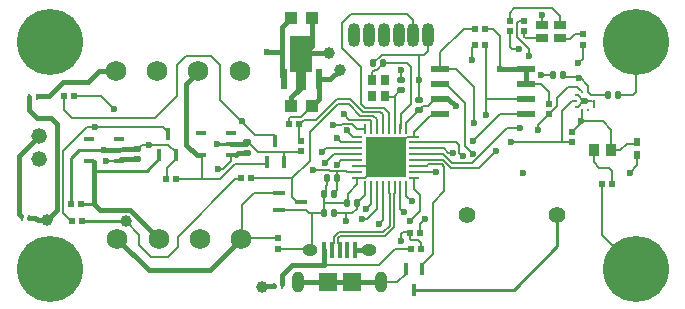
<source format=gbr>
%TF.GenerationSoftware,KiCad,Pcbnew,7.0.1*%
%TF.CreationDate,2023-05-27T07:40:04-07:00*%
%TF.ProjectId,Base-Flight-Computer-Test,42617365-2d46-46c6-9967-68742d436f6d,rev?*%
%TF.SameCoordinates,Original*%
%TF.FileFunction,Copper,L1,Top*%
%TF.FilePolarity,Positive*%
%FSLAX46Y46*%
G04 Gerber Fmt 4.6, Leading zero omitted, Abs format (unit mm)*
G04 Created by KiCad (PCBNEW 7.0.1) date 2023-05-27 07:40:04*
%MOMM*%
%LPD*%
G01*
G04 APERTURE LIST*
G04 Aperture macros list*
%AMRoundRect*
0 Rectangle with rounded corners*
0 $1 Rounding radius*
0 $2 $3 $4 $5 $6 $7 $8 $9 X,Y pos of 4 corners*
0 Add a 4 corners polygon primitive as box body*
4,1,4,$2,$3,$4,$5,$6,$7,$8,$9,$2,$3,0*
0 Add four circle primitives for the rounded corners*
1,1,$1+$1,$2,$3*
1,1,$1+$1,$4,$5*
1,1,$1+$1,$6,$7*
1,1,$1+$1,$8,$9*
0 Add four rect primitives between the rounded corners*
20,1,$1+$1,$2,$3,$4,$5,0*
20,1,$1+$1,$4,$5,$6,$7,0*
20,1,$1+$1,$6,$7,$8,$9,0*
20,1,$1+$1,$8,$9,$2,$3,0*%
%AMFreePoly0*
4,1,21,2.033536,0.970036,2.035000,0.966500,2.035000,-0.966500,2.033536,-0.970036,2.030000,-0.971500,-1.000000,-0.971500,-1.003536,-0.970036,-1.005000,-0.966500,-1.005000,-0.385000,-2.500000,-0.385000,-2.503536,-0.383536,-2.505000,-0.380000,-2.505000,0.380000,-2.503536,0.383536,-2.500000,0.385000,-1.005000,0.385000,-1.005000,0.966500,-1.003536,0.970036,-1.000000,0.971500,2.030000,0.971500,
2.033536,0.970036,2.033536,0.970036,$1*%
G04 Aperture macros list end*
%TA.AperFunction,SMDPad,CuDef*%
%ADD10R,0.400000X1.350000*%
%TD*%
%TA.AperFunction,ComponentPad*%
%ADD11O,1.300000X1.016000*%
%TD*%
%TA.AperFunction,SMDPad,CuDef*%
%ADD12R,1.500000X1.550000*%
%TD*%
%TA.AperFunction,ComponentPad*%
%ADD13O,1.016000X1.778000*%
%TD*%
%TA.AperFunction,SMDPad,CuDef*%
%ADD14R,0.600000X0.540000*%
%TD*%
%TA.AperFunction,SMDPad,CuDef*%
%ADD15RoundRect,0.075600X0.224400X0.194400X-0.224400X0.194400X-0.224400X-0.194400X0.224400X-0.194400X0*%
%TD*%
%TA.AperFunction,SMDPad,CuDef*%
%ADD16R,1.000000X0.800000*%
%TD*%
%TA.AperFunction,ComponentPad*%
%ADD17C,5.588000*%
%TD*%
%TA.AperFunction,ComponentPad*%
%ADD18O,1.016000X2.032000*%
%TD*%
%TA.AperFunction,SMDPad,CuDef*%
%ADD19RoundRect,0.075600X-0.194400X0.224400X-0.194400X-0.224400X0.194400X-0.224400X0.194400X0.224400X0*%
%TD*%
%TA.AperFunction,SMDPad,CuDef*%
%ADD20R,0.280000X0.520000*%
%TD*%
%TA.AperFunction,ComponentPad*%
%ADD21C,1.408000*%
%TD*%
%TA.AperFunction,SMDPad,CuDef*%
%ADD22R,0.540000X0.600000*%
%TD*%
%TA.AperFunction,ComponentPad*%
%ADD23C,1.320800*%
%TD*%
%TA.AperFunction,SMDPad,CuDef*%
%ADD24R,0.450800X1.111200*%
%TD*%
%TA.AperFunction,SMDPad,CuDef*%
%ADD25R,0.609600X0.685800*%
%TD*%
%TA.AperFunction,SMDPad,CuDef*%
%ADD26R,0.580000X1.730000*%
%TD*%
%TA.AperFunction,SMDPad,CuDef*%
%ADD27FreePoly0,90.000000*%
%TD*%
%TA.AperFunction,SMDPad,CuDef*%
%ADD28R,0.250000X0.275000*%
%TD*%
%TA.AperFunction,SMDPad,CuDef*%
%ADD29R,0.275000X0.250000*%
%TD*%
%TA.AperFunction,SMDPad,CuDef*%
%ADD30R,0.952500X0.406400*%
%TD*%
%TA.AperFunction,SMDPad,CuDef*%
%ADD31R,0.750000X0.850000*%
%TD*%
%TA.AperFunction,SMDPad,CuDef*%
%ADD32R,1.100000X1.000000*%
%TD*%
%TA.AperFunction,SMDPad,CuDef*%
%ADD33R,0.843000X1.000000*%
%TD*%
%TA.AperFunction,ComponentPad*%
%ADD34C,1.727200*%
%TD*%
%TA.AperFunction,SMDPad,CuDef*%
%ADD35RoundRect,0.075600X0.194400X-0.224400X0.194400X0.224400X-0.194400X0.224400X-0.194400X-0.224400X0*%
%TD*%
%TA.AperFunction,SMDPad,CuDef*%
%ADD36R,1.524000X0.558800*%
%TD*%
%TA.AperFunction,SMDPad,CuDef*%
%ADD37R,1.111200X0.450800*%
%TD*%
%TA.AperFunction,SMDPad,CuDef*%
%ADD38R,0.228600X0.812800*%
%TD*%
%TA.AperFunction,SMDPad,CuDef*%
%ADD39R,0.812800X0.228600*%
%TD*%
%TA.AperFunction,SMDPad,CuDef*%
%ADD40R,3.505200X3.505200*%
%TD*%
%TA.AperFunction,ViaPad*%
%ADD41C,0.600000*%
%TD*%
%TA.AperFunction,ViaPad*%
%ADD42C,1.000000*%
%TD*%
%TA.AperFunction,Conductor*%
%ADD43C,0.254000*%
%TD*%
%TA.AperFunction,Conductor*%
%ADD44C,0.381000*%
%TD*%
%TA.AperFunction,Conductor*%
%ADD45C,0.177800*%
%TD*%
%TA.AperFunction,Conductor*%
%ADD46C,0.203200*%
%TD*%
G04 APERTURE END LIST*
D10*
%TO.P,P2,1,VCC*%
%TO.N,5V*%
X132654400Y-100525600D03*
%TO.P,P2,2,D-*%
%TO.N,USB_D-*%
X133304400Y-100525600D03*
%TO.P,P2,3,D+*%
%TO.N,USB_D+*%
X133954400Y-100525600D03*
%TO.P,P2,4,ID*%
%TO.N,unconnected-(P2-ID-Pad4)*%
X134604400Y-100525600D03*
%TO.P,P2,5,GND*%
%TO.N,Earth*%
X135254400Y-100525600D03*
D11*
%TO.P,P2,S1,SHIELD*%
X131454400Y-100525600D03*
D12*
X132954400Y-103225600D03*
X134954400Y-103225600D03*
D11*
X136454400Y-100525600D03*
D13*
%TO.P,P2,S2,SHIELD*%
X130454400Y-103225600D03*
X137454400Y-103225600D03*
%TD*%
D14*
%TO.P,R20,1*%
%TO.N,Earth*%
X128752600Y-100406400D03*
%TO.P,R20,2*%
%TO.N,VIN_SW*%
X128752600Y-99542400D03*
%TD*%
D15*
%TO.P,C6,1*%
%TO.N,MAIN*%
X126136400Y-92276400D03*
%TO.P,C6,2*%
%TO.N,Earth*%
X126136400Y-91416400D03*
%TD*%
D16*
%TO.P,D1,1*%
%TO.N,3.3V*%
X151091200Y-81517400D03*
%TO.P,D1,2*%
%TO.N,Net-(D1-Pad2)*%
X152591200Y-81517400D03*
%TO.P,D1,3*%
%TO.N,Net-(D1-Pad3)*%
X152591200Y-82617400D03*
%TO.P,D1,4*%
%TO.N,Net-(D1-Pad4)*%
X151091200Y-82617400D03*
%TD*%
D17*
%TO.P,H4,1*%
%TO.N,Earth*%
X109448600Y-102108000D03*
%TD*%
D18*
%TO.P,P3,1,1*%
%TO.N,3.3V*%
X135178000Y-82365000D03*
%TO.P,P3,2,2*%
%TO.N,SWDIO*%
X136428000Y-82365000D03*
%TO.P,P3,3,3*%
%TO.N,SWCLK*%
X137678000Y-82365000D03*
%TO.P,P3,4,4*%
%TO.N,SWO*%
X138928000Y-82365000D03*
%TO.P,P3,5,5*%
%TO.N,NRST*%
X140178000Y-82365000D03*
%TO.P,P3,6,6*%
%TO.N,Earth*%
X141428000Y-82365000D03*
%TD*%
D19*
%TO.P,C8,1*%
%TO.N,3.3V*%
X152830000Y-85750400D03*
%TO.P,C8,2*%
%TO.N,Earth*%
X151970000Y-85750400D03*
%TD*%
D14*
%TO.P,R13,1*%
%TO.N,BP_SDA*%
X153593800Y-91389400D03*
%TO.P,R13,2*%
%TO.N,3.3V*%
X153593800Y-90525400D03*
%TD*%
D15*
%TO.P,C7,1*%
%TO.N,DROGUE*%
X116763800Y-92860600D03*
%TO.P,C7,2*%
%TO.N,Earth*%
X116763800Y-92000600D03*
%TD*%
D20*
%TO.P,D2,A*%
%TO.N,5V*%
X129052200Y-103606600D03*
%TO.P,D2,C*%
%TO.N,VIN*%
X128402200Y-103606600D03*
%TD*%
D21*
%TO.P,BZ1,1,-*%
%TO.N,VIN*%
X144703800Y-97561400D03*
%TO.P,BZ1,2,+*%
%TO.N,Net-(BZ1-+)*%
X152303800Y-97561400D03*
%TD*%
D14*
%TO.P,R4,1*%
%TO.N,STATUS_B*%
X148336000Y-81991400D03*
%TO.P,R4,2*%
%TO.N,Net-(D1-Pad2)*%
X148336000Y-81127400D03*
%TD*%
D22*
%TO.P,R1,1*%
%TO.N,~{MAIN_CONT}*%
X110565800Y-87503000D03*
%TO.P,R1,2*%
%TO.N,3.3V*%
X111429800Y-87503000D03*
%TD*%
D15*
%TO.P,C1,1*%
%TO.N,3.3V*%
X140690600Y-88695000D03*
%TO.P,C1,2*%
%TO.N,Earth*%
X140690600Y-87835000D03*
%TD*%
D23*
%TO.P,P5,1,5*%
%TO.N,Earth*%
X108508800Y-92837001D03*
%TO.P,P5,2,6*%
%TO.N,Net-(P5-6)*%
X108508800Y-90836999D03*
%TD*%
D24*
%TO.P,Q2,1,G*%
%TO.N,Net-(P1A-6)*%
X127798599Y-93076601D03*
%TO.P,Q2,2,S*%
%TO.N,Earth*%
X129198601Y-93076601D03*
%TO.P,Q2,3,D*%
%TO.N,~{MAIN_CONT}*%
X128498600Y-91276600D03*
%TD*%
D14*
%TO.P,R22,1*%
%TO.N,Earth*%
X130657600Y-92151400D03*
%TO.P,R22,2*%
%TO.N,VBAT_SENSE*%
X130657600Y-91287400D03*
%TD*%
D22*
%TO.P,R7,1*%
%TO.N,~{DROGUE_CONT}*%
X111251800Y-98094800D03*
%TO.P,R7,2*%
%TO.N,3.3V*%
X112115800Y-98094800D03*
%TD*%
D19*
%TO.P,C4,1*%
%TO.N,3.3V*%
X133475200Y-95758000D03*
%TO.P,C4,2*%
%TO.N,Earth*%
X132615200Y-95758000D03*
%TD*%
D20*
%TO.P,D5,A*%
%TO.N,Net-(P5-6)*%
X107015400Y-97790000D03*
%TO.P,D5,C*%
%TO.N,VIN*%
X107665400Y-97790000D03*
%TD*%
D25*
%TO.P,J1,1,A*%
%TO.N,3.3V*%
X159131000Y-91363800D03*
%TO.P,J1,2,B*%
%TO.N,BOOT*%
X159131000Y-92481400D03*
%TD*%
D26*
%TO.P,U3,1,VOUT*%
%TO.N,3.3V*%
X129208400Y-86064600D03*
D27*
%TO.P,U3,2,GND*%
%TO.N,Earth*%
X130708400Y-84429600D03*
D26*
%TO.P,U3,3,VIN*%
%TO.N,VIN*%
X132208400Y-86064600D03*
%TD*%
D22*
%TO.P,R21,1*%
%TO.N,VIN*%
X129666800Y-89865200D03*
%TO.P,R21,2*%
%TO.N,VBAT_SENSE*%
X130530800Y-89865200D03*
%TD*%
D28*
%TO.P,U2,1,VDDIO*%
%TO.N,3.3V*%
X154961900Y-87146900D03*
%TO.P,U2,2,SCK*%
%TO.N,BP_SCL*%
X154461900Y-87146900D03*
D29*
%TO.P,U2,3,VSS*%
%TO.N,Earth*%
X153949400Y-87409400D03*
%TO.P,U2,4,SDI*%
%TO.N,BP_SDA*%
X153949400Y-87909400D03*
%TO.P,U2,5,SDO*%
%TO.N,Earth*%
X153949400Y-88409400D03*
D28*
%TO.P,U2,6,CSB*%
%TO.N,3.3V*%
X154461900Y-88671900D03*
%TO.P,U2,7,INT*%
%TO.N,unconnected-(U2-INT-Pad7)*%
X154961900Y-88671900D03*
D29*
%TO.P,U2,8,VSS*%
%TO.N,Earth*%
X155474400Y-88409400D03*
%TO.P,U2,9,VSS*%
X155474400Y-87909400D03*
%TO.P,U2,10,VDD*%
%TO.N,3.3V*%
X155474400Y-87409400D03*
%TD*%
D30*
%TO.P,Q4,1,G*%
%TO.N,DROGUE*%
X115271550Y-92999601D03*
%TO.P,Q4,2,S*%
%TO.N,Earth*%
X115271550Y-92049600D03*
%TO.P,Q4,3*%
%TO.N,unconnected-(Q4-Pad3)*%
X115271550Y-91099599D03*
%TO.P,Q4,4*%
%TO.N,unconnected-(Q4-Pad4)*%
X112718850Y-91099599D03*
%TO.P,Q4,5,D*%
%TO.N,Net-(P4A-6)*%
X112718850Y-92999601D03*
%TD*%
D31*
%TO.P,Y1,1,1*%
%TO.N,OSC_IN*%
X136711200Y-86142200D03*
%TO.P,Y1,2*%
%TO.N,unconnected-(Y1-Pad2)*%
X136711200Y-87492200D03*
%TO.P,Y1,3,3*%
%TO.N,OSC_OUT*%
X137761200Y-87492200D03*
%TO.P,Y1,4*%
%TO.N,unconnected-(Y1-Pad4)*%
X137761200Y-86142200D03*
%TD*%
D24*
%TO.P,Q3,1,G*%
%TO.N,Net-(P4A-6)*%
X118679999Y-92517801D03*
%TO.P,Q3,2,S*%
%TO.N,Earth*%
X120080001Y-92517801D03*
%TO.P,Q3,3,D*%
%TO.N,~{DROGUE_CONT}*%
X119380000Y-90717800D03*
%TD*%
D22*
%TO.P,R19,1*%
%TO.N,Earth*%
X145389400Y-83210400D03*
%TO.P,R19,2*%
%TO.N,FLASH_SCK*%
X146253400Y-83210400D03*
%TD*%
%TO.P,R17,1*%
%TO.N,~{FLASH_SS}*%
X145364000Y-81788000D03*
%TO.P,R17,2*%
%TO.N,3.3V*%
X146228000Y-81788000D03*
%TD*%
D30*
%TO.P,Q1,1,G*%
%TO.N,MAIN*%
X124771150Y-92517001D03*
%TO.P,Q1,2,S*%
%TO.N,Earth*%
X124771150Y-91567000D03*
%TO.P,Q1,3*%
%TO.N,unconnected-(Q1-Pad3)*%
X124771150Y-90616999D03*
%TO.P,Q1,4*%
%TO.N,unconnected-(Q1-Pad4)*%
X122218450Y-90616999D03*
%TO.P,Q1,5,D*%
%TO.N,Net-(P1A-6)*%
X122218450Y-92517001D03*
%TD*%
D22*
%TO.P,R8,1*%
%TO.N,5V*%
X140004600Y-100431600D03*
%TO.P,R8,2*%
%TO.N,USB_DETECT*%
X140868600Y-100431600D03*
%TD*%
D15*
%TO.P,C11,1*%
%TO.N,OSC_OUT*%
X139141200Y-86993200D03*
%TO.P,C11,2*%
%TO.N,Earth*%
X139141200Y-86133200D03*
%TD*%
D14*
%TO.P,R6,1*%
%TO.N,STATUS_R*%
X149580600Y-81127400D03*
%TO.P,R6,2*%
%TO.N,Net-(D1-Pad4)*%
X149580600Y-81991400D03*
%TD*%
D22*
%TO.P,R3,1*%
%TO.N,Earth*%
X119252800Y-94538800D03*
%TO.P,R3,2*%
%TO.N,Net-(P1A-6)*%
X120116800Y-94538800D03*
%TD*%
D19*
%TO.P,C3,1*%
%TO.N,3.3V*%
X135431000Y-96570800D03*
%TO.P,C3,2*%
%TO.N,Earth*%
X134571000Y-96570800D03*
%TD*%
D32*
%TO.P,C13,1*%
%TO.N,3.3V*%
X129858400Y-80924400D03*
%TO.P,C13,2*%
%TO.N,Earth*%
X131558400Y-80924400D03*
%TD*%
D17*
%TO.P,H3,1*%
%TO.N,Earth*%
X159004000Y-102108000D03*
%TD*%
D14*
%TO.P,R12,1*%
%TO.N,BP_SCL*%
X151663400Y-89001800D03*
%TO.P,R12,2*%
%TO.N,3.3V*%
X151663400Y-88137800D03*
%TD*%
D33*
%TO.P,D3,1,1*%
%TO.N,Net-(D3-Pad1)*%
X155488500Y-92100400D03*
%TO.P,D3,2,2*%
%TO.N,3.3V*%
X156931500Y-92100400D03*
%TD*%
D34*
%TO.P,P1,1,5*%
%TO.N,VIN_SW*%
X125467400Y-85372600D03*
%TO.P,P1,2,6*%
%TO.N,Net-(P1A-6)*%
X121967399Y-85372600D03*
%TO.P,P1,3,5*%
%TO.N,Earth*%
X118467399Y-85372600D03*
%TO.P,P1,4,6*%
%TO.N,Net-(P1B-6)*%
X114967398Y-85372600D03*
%TD*%
D14*
%TO.P,R5,1*%
%TO.N,STATUS_G*%
X154533600Y-83134400D03*
%TO.P,R5,2*%
%TO.N,Net-(D1-Pad3)*%
X154533600Y-82270400D03*
%TD*%
D35*
%TO.P,C9,1*%
%TO.N,3.3V*%
X156669000Y-87426800D03*
%TO.P,C9,2*%
%TO.N,Earth*%
X157529000Y-87426800D03*
%TD*%
D19*
%TO.P,C5,1*%
%TO.N,3.3V*%
X133729200Y-94437200D03*
%TO.P,C5,2*%
%TO.N,Earth*%
X132869200Y-94437200D03*
%TD*%
D17*
%TO.P,H1,1*%
%TO.N,Earth*%
X159004000Y-82931000D03*
%TD*%
D22*
%TO.P,R16,1*%
%TO.N,Earth*%
X156133600Y-94945200D03*
%TO.P,R16,2*%
%TO.N,Net-(D3-Pad1)*%
X156997600Y-94945200D03*
%TD*%
%TO.P,R9,1*%
%TO.N,Earth*%
X111201000Y-96596200D03*
%TO.P,R9,2*%
%TO.N,Net-(P4A-6)*%
X112065000Y-96596200D03*
%TD*%
D19*
%TO.P,C2,1*%
%TO.N,3.3V*%
X133500600Y-97409000D03*
%TO.P,C2,2*%
%TO.N,Earth*%
X132640600Y-97409000D03*
%TD*%
D20*
%TO.P,D4,A*%
%TO.N,Net-(P1B-6)*%
X108275000Y-87553800D03*
%TO.P,D4,C*%
%TO.N,VIN*%
X107625000Y-87553800D03*
%TD*%
D34*
%TO.P,P4,1,5*%
%TO.N,VIN_SW*%
X115112800Y-99568000D03*
%TO.P,P4,2,6*%
%TO.N,Net-(P4A-6)*%
X118612801Y-99568000D03*
%TO.P,P4,3,5*%
%TO.N,VIN*%
X122112801Y-99568000D03*
%TO.P,P4,4,6*%
%TO.N,VIN_SW*%
X125612802Y-99568000D03*
%TD*%
D36*
%TO.P,U4,1,\u002ACE*%
%TO.N,~{FLASH_SS}*%
X142455900Y-85191600D03*
%TO.P,U4,2,SO*%
%TO.N,FLASH_MISO*%
X142455900Y-86461600D03*
%TO.P,U4,3,\u002AWP*%
%TO.N,3.3V*%
X142455900Y-87731600D03*
%TO.P,U4,4,VSS*%
%TO.N,Earth*%
X142455900Y-89001600D03*
%TO.P,U4,5,SI*%
%TO.N,FLASH_MOSI*%
X149745700Y-89001600D03*
%TO.P,U4,6,SCK*%
%TO.N,FLASH_SCK*%
X149745700Y-87731600D03*
%TO.P,U4,7,\u002AHOLD*%
%TO.N,3.3V*%
X149745700Y-86461600D03*
%TO.P,U4,8,VDD*%
X149745700Y-85191600D03*
%TD*%
D22*
%TO.P,R11,1*%
%TO.N,Earth*%
X140741600Y-99060000D03*
%TO.P,R11,2*%
%TO.N,USB_DETECT*%
X139877600Y-99060000D03*
%TD*%
%TO.P,R18,1*%
%TO.N,~{SWITCH}*%
X126441400Y-94462600D03*
%TO.P,R18,2*%
%TO.N,3.3V*%
X125577400Y-94462600D03*
%TD*%
D17*
%TO.P,H2,1*%
%TO.N,Earth*%
X109448600Y-82931000D03*
%TD*%
D37*
%TO.P,Q5,1,G*%
%TO.N,VIN_SW*%
X128843199Y-95743799D03*
%TO.P,Q5,2,S*%
%TO.N,Earth*%
X128843199Y-97143801D03*
%TO.P,Q5,3,D*%
%TO.N,~{SWITCH}*%
X130643200Y-96443800D03*
%TD*%
D38*
%TO.P,U1,1,VDD*%
%TO.N,3.3V*%
X139592304Y-90271600D03*
%TO.P,U1,2,PF0-OSC_IN*%
%TO.N,OSC_IN*%
X139092178Y-90271600D03*
%TO.P,U1,3,PF1-OSC_OUT*%
%TO.N,OSC_OUT*%
X138592052Y-90271600D03*
%TO.P,U1,4,PG10-NRST*%
%TO.N,NRST*%
X138091926Y-90271600D03*
%TO.P,U1,5,PA0*%
%TO.N,VBAT_SENSE*%
X137591800Y-90271600D03*
%TO.P,U1,6,PA1*%
%TO.N,~{SWITCH}*%
X137091674Y-90271600D03*
%TO.P,U1,7,PA2*%
%TO.N,STATUS_B*%
X136591548Y-90271600D03*
%TO.P,U1,8,PA3*%
%TO.N,MAIN*%
X136091422Y-90271600D03*
D39*
%TO.P,U1,9,PA4*%
%TO.N,DROGUE*%
X135441563Y-90921459D03*
%TO.P,U1,10,PA5*%
%TO.N,FLASH_SCK*%
X135441563Y-91421585D03*
%TO.P,U1,11,PA6*%
%TO.N,~{FLASH_SS}*%
X135441563Y-91921711D03*
%TO.P,U1,12,PA7*%
%TO.N,FLASH_MOSI*%
X135441563Y-92421837D03*
%TO.P,U1,13,PB0*%
%TO.N,FLASH_MISO*%
X135441563Y-92921963D03*
%TO.P,U1,14,VSSA*%
%TO.N,Earth*%
X135441563Y-93422089D03*
%TO.P,U1,15,VDDA*%
%TO.N,3.3V*%
X135441563Y-93922215D03*
%TO.P,U1,16,VSS*%
%TO.N,Earth*%
X135441563Y-94422341D03*
D38*
%TO.P,U1,17,VDD*%
%TO.N,3.3V*%
X136091422Y-95072200D03*
%TO.P,U1,18,PA8*%
%TO.N,BP_SDA*%
X136591548Y-95072200D03*
%TO.P,U1,19,PA9*%
%TO.N,BP_SCL*%
X137091674Y-95072200D03*
%TO.P,U1,20,PA10*%
%TO.N,USB_DETECT*%
X137591800Y-95072200D03*
%TO.P,U1,21,PA11*%
%TO.N,USB_D-*%
X138091926Y-95072200D03*
%TO.P,U1,22,PA12*%
%TO.N,USB_D+*%
X138592052Y-95072200D03*
%TO.P,U1,23,PA13*%
%TO.N,SWDIO*%
X139092178Y-95072200D03*
%TO.P,U1,24,PA14*%
%TO.N,SWCLK*%
X139592304Y-95072200D03*
D39*
%TO.P,U1,25,PA15*%
%TO.N,~{DROGUE_CONT}*%
X140242163Y-94422341D03*
%TO.P,U1,26,PB3*%
%TO.N,SWO*%
X140242163Y-93922215D03*
%TO.P,U1,27,PB4*%
%TO.N,BEEP*%
X140242163Y-93422089D03*
%TO.P,U1,28,PB5*%
%TO.N,STATUS_R*%
X140242163Y-92921963D03*
%TO.P,U1,29,PB6*%
%TO.N,STATUS_G*%
X140242163Y-92421837D03*
%TO.P,U1,30,PB7*%
%TO.N,~{MAIN_CONT}*%
X140242163Y-91921711D03*
%TO.P,U1,31,PB8-BOOT0*%
%TO.N,BOOT*%
X140242163Y-91421585D03*
%TO.P,U1,32,VSS*%
%TO.N,Earth*%
X140242163Y-90921459D03*
D40*
%TO.P,U1,33,Exposed_Pad*%
X137841863Y-92671900D03*
%TD*%
D24*
%TO.P,Q6,1,G*%
%TO.N,BEEP*%
X140933401Y-102122399D03*
%TO.P,Q6,2,S*%
%TO.N,Earth*%
X139533399Y-102122399D03*
%TO.P,Q6,3,D*%
%TO.N,Net-(BZ1-+)*%
X140233400Y-103922400D03*
%TD*%
D19*
%TO.P,C10,1*%
%TO.N,OSC_IN*%
X137640800Y-84709000D03*
%TO.P,C10,2*%
%TO.N,Earth*%
X136780800Y-84709000D03*
%TD*%
D32*
%TO.P,C12,1*%
%TO.N,VIN*%
X131558400Y-88366600D03*
%TO.P,C12,2*%
%TO.N,Earth*%
X129858400Y-88366600D03*
%TD*%
D41*
%TO.N,Earth*%
X123520200Y-91592400D03*
%TO.N,3.3V*%
X147548600Y-85191600D03*
%TO.N,Earth*%
X154736800Y-87909400D03*
X141147800Y-97891600D03*
X139115800Y-93929200D03*
X139115800Y-92659200D03*
X140690600Y-86156800D03*
X139141200Y-85318600D03*
X136677400Y-91414600D03*
X113969800Y-92075000D03*
X136652000Y-92710000D03*
X137896600Y-93929200D03*
X137845800Y-91414600D03*
X145186400Y-84429600D03*
X136702800Y-93954600D03*
X117779800Y-91617800D03*
D42*
X133045200Y-83820000D03*
D41*
X151028400Y-85725000D03*
X137871200Y-92684600D03*
X139090400Y-91440000D03*
%TO.N,3.3V*%
X127812800Y-83769200D03*
X134493000Y-98094800D03*
X154406600Y-89611200D03*
X131648200Y-93751400D03*
X114833400Y-88569800D03*
X154203400Y-85928200D03*
X143764000Y-88366600D03*
D42*
X115824000Y-98094800D03*
D41*
X151079200Y-80619600D03*
D42*
%TO.N,VIN*%
X133934200Y-85267800D03*
X127406400Y-103682800D03*
X109143800Y-98018600D03*
D41*
%TO.N,DROGUE*%
X134594600Y-90398600D03*
X114122200Y-92989400D03*
%TO.N,MAIN*%
X123621800Y-93649800D03*
X133400800Y-89941400D03*
%TO.N,BOOT*%
X144373600Y-92608400D03*
X149504400Y-94004907D03*
X158496000Y-93980000D03*
%TO.N,SWDIO*%
X139369800Y-97307400D03*
%TO.N,SWCLK*%
X140055600Y-96393000D03*
%TO.N,SWO*%
X142069185Y-93922215D03*
%TO.N,STATUS_B*%
X134289800Y-89052400D03*
X149148800Y-83540600D03*
%TO.N,STATUS_G*%
X149174200Y-90220800D03*
X154152600Y-84734400D03*
%TO.N,STATUS_R*%
X149987000Y-84124800D03*
X147142200Y-92151200D03*
%TO.N,~{FLASH_SS}*%
X132461000Y-92227400D03*
X145338800Y-89814400D03*
%TO.N,USB_DETECT*%
X139115800Y-99771200D03*
X137236200Y-98323400D03*
%TO.N,FLASH_SCK*%
X133731000Y-91084400D03*
X146329400Y-89128600D03*
%TO.N,BP_SCL*%
X135839200Y-97891600D03*
X150698200Y-90398600D03*
%TO.N,BP_SDA*%
X136144000Y-97078800D03*
X148463000Y-91389200D03*
%TO.N,~{MAIN_CONT}*%
X125653800Y-89636600D03*
X143510000Y-92303600D03*
%TO.N,~{DROGUE_CONT}*%
X113207800Y-90093800D03*
X139877800Y-98094800D03*
%TO.N,FLASH_MISO*%
X133705600Y-93294200D03*
X145211800Y-92379800D03*
%TO.N,FLASH_MOSI*%
X145211800Y-91313000D03*
X132689600Y-93167200D03*
%TD*%
D43*
%TO.N,Earth*%
X123520200Y-91592400D02*
X124510800Y-91592400D01*
D44*
%TO.N,3.3V*%
X147548600Y-85191600D02*
X147523200Y-85191600D01*
D43*
%TO.N,Net-(BZ1-+)*%
X148680600Y-103922400D02*
X152374600Y-100228400D01*
X140233400Y-103922400D02*
X148680600Y-103922400D01*
X152374600Y-100228400D02*
X152374600Y-97586800D01*
D45*
%TO.N,NRST*%
X138091926Y-88917526D02*
X137668000Y-88493600D01*
X139674600Y-80518000D02*
X140182600Y-81026000D01*
X134924800Y-80518000D02*
X139674600Y-80518000D01*
X135737600Y-85064600D02*
X134112000Y-83439000D01*
X134112000Y-83439000D02*
X134112000Y-81330800D01*
X140182600Y-81026000D02*
X140182600Y-82372200D01*
X135737600Y-88163400D02*
X135737600Y-85064600D01*
X138091926Y-90271600D02*
X138091926Y-88917526D01*
X134112000Y-81330800D02*
X134924800Y-80518000D01*
X137668000Y-88493600D02*
X136067800Y-88493600D01*
X136067800Y-88493600D02*
X135737600Y-88163400D01*
D44*
%TO.N,Net-(P5-6)*%
X106756200Y-92589599D02*
X106756200Y-93649800D01*
X106756200Y-93649800D02*
X106756200Y-97485200D01*
X108508800Y-90836999D02*
X106756200Y-92589599D01*
X106756200Y-97485200D02*
X106959400Y-97688400D01*
D45*
%TO.N,Earth*%
X128752600Y-100406400D02*
X131369000Y-100406400D01*
X131597400Y-100482400D02*
X131597400Y-97434400D01*
X119430800Y-91617800D02*
X117779800Y-91617800D01*
X135441563Y-94422341D02*
X136057259Y-94422341D01*
X129184400Y-92202000D02*
X130581400Y-92202000D01*
X132640600Y-96570800D02*
X132615200Y-96545400D01*
D44*
X130454400Y-103225600D02*
X137490200Y-103225600D01*
D43*
X113969800Y-92075000D02*
X113969800Y-92049600D01*
X111201000Y-92735600D02*
X111201000Y-96596200D01*
D44*
X116763800Y-92000600D02*
X115593600Y-92000600D01*
D45*
X141122400Y-83997800D02*
X140690600Y-83997800D01*
X137485036Y-83997800D02*
X140690600Y-83997800D01*
X154584400Y-87909400D02*
X154736800Y-87909400D01*
X132615200Y-96293200D02*
X132615200Y-96545400D01*
X139141200Y-86133200D02*
X139141200Y-85318600D01*
X131622800Y-97409000D02*
X132638800Y-97409000D01*
X154084400Y-87409400D02*
X154584400Y-87909400D01*
X131369000Y-100406400D02*
X131470400Y-100507800D01*
X117195600Y-91617800D02*
X116865400Y-91948000D01*
X141428000Y-82365000D02*
X141428000Y-83692200D01*
D44*
X129858400Y-88366600D02*
X129858400Y-87616400D01*
D45*
X159029400Y-87147400D02*
X159029400Y-84531200D01*
X136780800Y-84709000D02*
X136780800Y-84702036D01*
D44*
X129858400Y-87616400D02*
X130733800Y-86741000D01*
D45*
X129198601Y-93076601D02*
X129198601Y-92216201D01*
X134620000Y-95758000D02*
X134620000Y-96443800D01*
X128843199Y-97143801D02*
X131078201Y-97143801D01*
D44*
X126009400Y-91567000D02*
X126085600Y-91490800D01*
D45*
X154084400Y-88409400D02*
X154584400Y-87909400D01*
X153949400Y-87409400D02*
X154084400Y-87409400D01*
X140242163Y-90921459D02*
X139685141Y-90921459D01*
X117779800Y-91617800D02*
X117195600Y-91617800D01*
X151970000Y-85750400D02*
X151053800Y-85750400D01*
D44*
X135254400Y-100525600D02*
X136507200Y-100525600D01*
D45*
X140242163Y-90516837D02*
X141554200Y-89204800D01*
X131597400Y-97434400D02*
X131622800Y-97409000D01*
X131078201Y-97143801D02*
X131343400Y-97409000D01*
D44*
X115271550Y-92049600D02*
X113969800Y-92049600D01*
X133045200Y-83820000D02*
X131089400Y-83820000D01*
D45*
X132869200Y-95045000D02*
X132765800Y-95148400D01*
X119303800Y-94538800D02*
X119253000Y-94589600D01*
X135441563Y-94936437D02*
X134620000Y-95758000D01*
X140690600Y-87835000D02*
X140690600Y-86156800D01*
X120080001Y-92267001D02*
X119430800Y-91617800D01*
X141554200Y-89204800D02*
X141808200Y-89204800D01*
X141428000Y-83692200D02*
X141122400Y-83997800D01*
D44*
X131558400Y-83274800D02*
X131267200Y-83566000D01*
D45*
X120080001Y-92517801D02*
X120080001Y-92267001D01*
X139685141Y-90921459D02*
X139547600Y-91059000D01*
X128625600Y-92202000D02*
X127000000Y-92202000D01*
X137454400Y-103225600D02*
X138836400Y-103225600D01*
X158750000Y-87426800D02*
X159029400Y-87147400D01*
X132869200Y-94437200D02*
X132869200Y-95045000D01*
X140741600Y-99060000D02*
X140741600Y-98297800D01*
X119303800Y-93599000D02*
X119303800Y-94538800D01*
D44*
X124771150Y-91567000D02*
X126009400Y-91567000D01*
D45*
X128625600Y-92202000D02*
X129184400Y-92202000D01*
X120080001Y-92822799D02*
X119303800Y-93599000D01*
X145186400Y-84429600D02*
X145186400Y-83362800D01*
X154736800Y-87909400D02*
X155346400Y-87909400D01*
X132615200Y-96545400D02*
X132615200Y-97309200D01*
X138836400Y-103225600D02*
X139522200Y-102539800D01*
X135441563Y-94422341D02*
X135441563Y-94936437D01*
X135441563Y-93422089D02*
X136320911Y-93422089D01*
X136057259Y-94422341D02*
X136220200Y-94259400D01*
X132765800Y-95148400D02*
X132765800Y-95732600D01*
D44*
X131089400Y-83820000D02*
X131013200Y-83743800D01*
D45*
X127000000Y-92202000D02*
X126365000Y-91567000D01*
X136780800Y-84702036D02*
X137485036Y-83997800D01*
X132615200Y-95758000D02*
X132615200Y-96293200D01*
X156133600Y-94945200D02*
X156133600Y-99237600D01*
X140242163Y-90921459D02*
X140242163Y-90516837D01*
X159029400Y-84531200D02*
X158953200Y-84455000D01*
X120080001Y-92517801D02*
X120080001Y-92822799D01*
D43*
X111887000Y-92049600D02*
X111201000Y-92735600D01*
D45*
X155474400Y-87961200D02*
X155473400Y-87960200D01*
X140690600Y-86156800D02*
X140690600Y-83997800D01*
X134442200Y-96570800D02*
X132640600Y-96570800D01*
X151053800Y-85750400D02*
X151028400Y-85725000D01*
X129198601Y-92216201D02*
X129184400Y-92202000D01*
X155474400Y-88409400D02*
X155474400Y-87961200D01*
X157529000Y-87426800D02*
X158750000Y-87426800D01*
X131343400Y-97409000D02*
X131622800Y-97409000D01*
X153949400Y-88409400D02*
X154084400Y-88409400D01*
X156133600Y-99237600D02*
X158165800Y-101269800D01*
X140741600Y-98297800D02*
X141147800Y-97891600D01*
D44*
X131558400Y-80924400D02*
X131558400Y-83274800D01*
D43*
X113969800Y-92049600D02*
X111887000Y-92049600D01*
D45*
%TO.N,Net-(D3-Pad1)*%
X156667200Y-93548200D02*
X156730700Y-93611700D01*
X155488500Y-92100400D02*
X155488500Y-93106100D01*
X156997600Y-93878600D02*
X156730700Y-93611700D01*
X155488500Y-93106100D02*
X155930600Y-93548200D01*
X156997600Y-94945200D02*
X156997600Y-93878600D01*
X155930600Y-93548200D02*
X156667200Y-93548200D01*
%TO.N,BEEP*%
X140933401Y-102122399D02*
X140933401Y-101763599D01*
X142798800Y-95554800D02*
X142798800Y-93497400D01*
X140933401Y-101763599D02*
X141833600Y-100863400D01*
X142570200Y-93268800D02*
X141452600Y-93268800D01*
X141452600Y-93268800D02*
X141299311Y-93422089D01*
X141833600Y-96520000D02*
X142798800Y-95554800D01*
X141299311Y-93422089D02*
X140242163Y-93422089D01*
X141833600Y-100863400D02*
X141833600Y-96520000D01*
X142798800Y-93497400D02*
X142570200Y-93268800D01*
%TO.N,3.3V*%
X140690600Y-88695000D02*
X141039300Y-88346300D01*
D44*
X149745700Y-86423500D02*
X149783800Y-86461600D01*
D45*
X154203400Y-85928200D02*
X154178000Y-85902800D01*
X120218200Y-100304600D02*
X120218200Y-99390200D01*
D44*
X149745700Y-85191600D02*
X147548600Y-85191600D01*
D45*
X150952200Y-86461600D02*
X150342600Y-86461600D01*
X158242000Y-91541600D02*
X159232600Y-91541600D01*
D44*
X129858400Y-80924400D02*
X129794000Y-80924400D01*
D45*
X136091422Y-95861378D02*
X135559800Y-96393000D01*
D44*
X149745700Y-85191600D02*
X149745700Y-86423500D01*
D45*
X133103900Y-93835500D02*
X133731000Y-93835500D01*
X136091422Y-95072200D02*
X136091422Y-95861378D01*
X135407400Y-97028000D02*
X135407400Y-96697800D01*
X133500600Y-97409000D02*
X134493000Y-97409000D01*
X147523200Y-82372200D02*
X147523200Y-85191600D01*
X154406600Y-89611200D02*
X154461900Y-89666500D01*
X133729200Y-94437200D02*
X133729200Y-95455000D01*
X154461900Y-88671900D02*
X154461900Y-89555900D01*
X154178000Y-85902800D02*
X152882600Y-85902800D01*
X156210000Y-89611200D02*
X154406600Y-89611200D01*
X156931500Y-92100400D02*
X156931500Y-90332700D01*
D44*
X143129000Y-87731600D02*
X143764000Y-88366600D01*
D45*
X154461900Y-89682900D02*
X153644600Y-90500200D01*
X139592304Y-89744296D02*
X140538200Y-88798400D01*
X116967000Y-99237800D02*
X116967000Y-100126800D01*
X141039300Y-88346300D02*
X141396700Y-88346300D01*
X133729200Y-93837300D02*
X133731000Y-93835500D01*
X125120400Y-94488000D02*
X125577600Y-94488000D01*
D44*
X142455900Y-87731600D02*
X143129000Y-87731600D01*
X129794000Y-80924400D02*
X129082800Y-81635600D01*
D45*
X135026400Y-97409000D02*
X135407400Y-97028000D01*
X141396700Y-88346300D02*
X141833600Y-87909400D01*
X157683200Y-92100400D02*
X158242000Y-91541600D01*
X155252800Y-87409400D02*
X155041600Y-87198200D01*
X151091200Y-81517400D02*
X151079200Y-80619600D01*
X133019800Y-93751400D02*
X133103900Y-93835500D01*
X154228800Y-85902800D02*
X154203400Y-85928200D01*
X113766600Y-87503000D02*
X114833400Y-88569800D01*
X133729200Y-94437200D02*
X133729200Y-93837300D01*
X134493000Y-97409000D02*
X134493000Y-98094800D01*
X151663400Y-87172800D02*
X150952200Y-86461600D01*
X156931500Y-92100400D02*
X157683200Y-92100400D01*
X134482485Y-93835500D02*
X134569200Y-93922215D01*
X155474400Y-87409400D02*
X155252800Y-87409400D01*
X154961900Y-86610500D02*
X154254200Y-85902800D01*
X139592304Y-90271600D02*
X139592304Y-89744296D01*
X146939000Y-81788000D02*
X147523200Y-82372200D01*
X151663400Y-88137800D02*
X151663400Y-87172800D01*
X134493000Y-97409000D02*
X135026400Y-97409000D01*
X154461900Y-89666500D02*
X154482800Y-89662000D01*
X155474400Y-87409400D02*
X156675200Y-87409400D01*
X156931500Y-90332700D02*
X156210000Y-89611200D01*
X111429800Y-87503000D02*
X113766600Y-87503000D01*
X154461900Y-89555900D02*
X154406600Y-89611200D01*
X117932200Y-101092000D02*
X119430800Y-101092000D01*
X154254200Y-85902800D02*
X154228800Y-85902800D01*
X115824000Y-98094800D02*
X116967000Y-99237800D01*
X154961900Y-87146900D02*
X154961900Y-86610500D01*
X133731000Y-93835500D02*
X134482485Y-93835500D01*
X146228000Y-81788000D02*
X146939000Y-81788000D01*
X154482800Y-89662000D02*
X154461900Y-89682900D01*
D43*
X112115800Y-98094800D02*
X115824000Y-98094800D01*
D45*
X120218200Y-99390200D02*
X125120400Y-94488000D01*
X133729200Y-95455000D02*
X133578600Y-95605600D01*
X131648200Y-93751400D02*
X133019800Y-93751400D01*
D44*
X129082800Y-83769200D02*
X129082800Y-85801200D01*
D45*
X116967000Y-100126800D02*
X117932200Y-101092000D01*
D44*
X129082800Y-83769200D02*
X127812800Y-83769200D01*
X129082800Y-81635600D02*
X129082800Y-83769200D01*
D45*
X134569200Y-93922215D02*
X135441563Y-93922215D01*
X119430800Y-101092000D02*
X120218200Y-100304600D01*
D44*
%TO.N,VIN*%
X107625000Y-88651200D02*
X108356400Y-89382600D01*
D45*
X129824000Y-89230200D02*
X130657600Y-89230200D01*
D44*
X128402200Y-103606600D02*
X127482600Y-103606600D01*
X133137400Y-86064600D02*
X133934200Y-85267800D01*
X109524800Y-89382600D02*
X110032800Y-89890600D01*
X108153200Y-97790000D02*
X108381800Y-98018600D01*
D45*
X129666800Y-89865200D02*
X129666800Y-89387400D01*
X129666800Y-89387400D02*
X129824000Y-89230200D01*
X130657600Y-89230200D02*
X131241800Y-88646000D01*
D44*
X110032800Y-89890600D02*
X110032800Y-97129600D01*
X132208400Y-86064600D02*
X132208400Y-87730200D01*
X107625000Y-87553800D02*
X107625000Y-88651200D01*
X108381800Y-98018600D02*
X109143800Y-98018600D01*
X132208400Y-87730200D02*
X131724400Y-88214200D01*
X132208400Y-86064600D02*
X133137400Y-86064600D01*
X127482600Y-103606600D02*
X127406400Y-103682800D01*
X110032800Y-97129600D02*
X109143800Y-98018600D01*
X108356400Y-89382600D02*
X109524800Y-89382600D01*
X107665400Y-97790000D02*
X108153200Y-97790000D01*
D45*
%TO.N,OSC_IN*%
X137640800Y-84715964D02*
X137083800Y-85272964D01*
X139979400Y-85013800D02*
X139979400Y-88138000D01*
X139979400Y-88138000D02*
X139115800Y-89001600D01*
X137640800Y-84709000D02*
X139674600Y-84709000D01*
X139115800Y-89001600D02*
X139115800Y-90170000D01*
X136926236Y-85272964D02*
X136711200Y-85488000D01*
X139674600Y-84709000D02*
X139979400Y-85013800D01*
X137083800Y-85272964D02*
X136926236Y-85272964D01*
X137640800Y-84709000D02*
X137640800Y-84715964D01*
X136711200Y-85488000D02*
X136711200Y-86142200D01*
%TO.N,OSC_OUT*%
X139141200Y-86993200D02*
X139092200Y-86993200D01*
X138592052Y-87588852D02*
X138557000Y-87553800D01*
X138592052Y-90271600D02*
X138592052Y-87588852D01*
X139092200Y-86993200D02*
X139092200Y-87018600D01*
X139092200Y-87018600D02*
X138557000Y-87553800D01*
X138557000Y-87553800D02*
X138023600Y-87553800D01*
%TO.N,5V*%
X140004600Y-100431600D02*
X138658600Y-100431600D01*
D44*
X129082800Y-102641400D02*
X129082800Y-103428800D01*
X132654400Y-101838400D02*
X129885800Y-101838400D01*
X129885800Y-101838400D02*
X129082800Y-102641400D01*
X132654400Y-100525600D02*
X132654400Y-101838400D01*
D45*
X138658600Y-100431600D02*
X137251800Y-101838400D01*
X137251800Y-101838400D02*
X132654400Y-101838400D01*
%TO.N,DROGUE*%
X114122200Y-92989400D02*
X114147600Y-92999601D01*
D44*
X116763800Y-92860600D02*
X115419400Y-92860600D01*
D45*
X135066659Y-90921459D02*
X134569200Y-90424000D01*
X135441563Y-90921459D02*
X135066659Y-90921459D01*
X114168002Y-92999601D02*
X114122200Y-92989400D01*
X114147600Y-92999601D02*
X114157801Y-92999601D01*
X115271550Y-92999601D02*
X114168002Y-92999601D01*
X134569200Y-90424000D02*
X134594600Y-90398600D01*
%TO.N,MAIN*%
X135382000Y-90271600D02*
X136091422Y-90271600D01*
X133400800Y-89941400D02*
X134061200Y-89941400D01*
X134967700Y-89857300D02*
X135382000Y-90271600D01*
X134145300Y-89857300D02*
X134967700Y-89857300D01*
D44*
X125350800Y-92276400D02*
X125171200Y-92456000D01*
X126136400Y-92276400D02*
X125350800Y-92276400D01*
D45*
X124079000Y-93649800D02*
X123621800Y-93649800D01*
X124771150Y-92957650D02*
X124079000Y-93649800D01*
X124771150Y-92517001D02*
X124771150Y-92957650D01*
X134061200Y-89941400D02*
X134145300Y-89857300D01*
%TO.N,Net-(D1-Pad2)*%
X152577800Y-80746600D02*
X152577800Y-81508600D01*
X148336000Y-81127400D02*
X148336000Y-80467200D01*
X148724900Y-80078300D02*
X151909500Y-80078300D01*
X148336000Y-80467200D02*
X148724900Y-80078300D01*
X151909500Y-80078300D02*
X152577800Y-80746600D01*
%TO.N,Net-(D1-Pad3)*%
X153466800Y-82651600D02*
X152679400Y-82651600D01*
X154533600Y-82270400D02*
X153848000Y-82270400D01*
X153848000Y-82270400D02*
X153466800Y-82651600D01*
%TO.N,Net-(D1-Pad4)*%
X149698800Y-82617400D02*
X149580600Y-82499200D01*
X149580600Y-81991400D02*
X149580600Y-82499200D01*
X151091200Y-82617400D02*
X149698800Y-82617400D01*
D46*
%TO.N,USB_D-*%
X138091926Y-95681801D02*
X138091926Y-95072200D01*
X133451600Y-99903400D02*
X133451600Y-99392752D01*
X133304400Y-100525600D02*
X133304400Y-100050600D01*
X133451600Y-99392752D02*
X133860552Y-98983800D01*
X133860552Y-98983800D02*
X137645152Y-98983800D01*
X133304400Y-100050600D02*
X133451600Y-99903400D01*
X138164189Y-98464763D02*
X138164189Y-95754064D01*
X137645152Y-98983800D02*
X138164189Y-98464763D01*
X138164189Y-95754064D02*
X138091926Y-95681801D01*
%TO.N,USB_D+*%
X133807200Y-99540048D02*
X134007848Y-99339400D01*
X137792448Y-99339400D02*
X138519789Y-98612059D01*
X133954400Y-100050600D02*
X133807200Y-99903400D01*
X138519789Y-95754064D02*
X138592052Y-95681801D01*
X134007848Y-99339400D02*
X137792448Y-99339400D01*
X138592052Y-95681801D02*
X138592052Y-95072200D01*
X133954400Y-100525600D02*
X133954400Y-100050600D01*
X133807200Y-99903400D02*
X133807200Y-99540048D01*
X138519789Y-98612059D02*
X138519789Y-95754064D01*
D45*
%TO.N,BOOT*%
X144051300Y-91651100D02*
X144051300Y-92286100D01*
X140242163Y-91421585D02*
X143821785Y-91421585D01*
X143821785Y-91421585D02*
X144051300Y-91651100D01*
X159131000Y-92481400D02*
X159131000Y-93345000D01*
X159131000Y-93345000D02*
X158496000Y-93980000D01*
X144051300Y-92286100D02*
X144373600Y-92608400D01*
%TO.N,SWDIO*%
X139092178Y-97029778D02*
X139092178Y-95072200D01*
X139369800Y-97307400D02*
X139092178Y-97029778D01*
%TO.N,SWCLK*%
X139592304Y-95072200D02*
X139592304Y-95929704D01*
X139592304Y-95929704D02*
X140055600Y-96393000D01*
%TO.N,SWO*%
X140242163Y-93922215D02*
X142069185Y-93922215D01*
%TO.N,VIN_SW*%
X128843199Y-95743799D02*
X126709401Y-95743799D01*
D44*
X122945802Y-102235000D02*
X122174000Y-102235000D01*
D45*
X126709401Y-95743799D02*
X125704600Y-96748600D01*
D44*
X117779800Y-102235000D02*
X122174000Y-102235000D01*
X125612802Y-99568000D02*
X122945802Y-102235000D01*
D45*
X125704600Y-96748600D02*
X125704600Y-99618800D01*
X128752600Y-99542400D02*
X125603200Y-99542400D01*
D44*
X115112800Y-99568000D02*
X117779800Y-102235000D01*
D45*
%TO.N,STATUS_B*%
X136591548Y-89601548D02*
X136474200Y-89484200D01*
X148336000Y-83362800D02*
X148513800Y-83540600D01*
X134721600Y-89484200D02*
X134289800Y-89052400D01*
X149148800Y-83540600D02*
X148513800Y-83540600D01*
X136474200Y-89484200D02*
X134721600Y-89484200D01*
X148336000Y-81991400D02*
X148336000Y-83362800D01*
X136591548Y-90271600D02*
X136591548Y-89601548D01*
%TO.N,STATUS_G*%
X154533600Y-83134400D02*
X154533600Y-84353400D01*
X142688437Y-92421837D02*
X143459200Y-93192600D01*
X148136314Y-90220800D02*
X149174200Y-90220800D01*
X154533600Y-84353400D02*
X154152600Y-84734400D01*
X143459200Y-93192600D02*
X145164514Y-93192600D01*
X140242163Y-92421837D02*
X142688437Y-92421837D01*
X145164514Y-93192600D02*
X148136314Y-90220800D01*
%TO.N,STATUS_R*%
X149987000Y-83515200D02*
X149987000Y-84124800D01*
X143341974Y-93573600D02*
X145719800Y-93573600D01*
X142690337Y-92921963D02*
X143341974Y-93573600D01*
X148945600Y-81284600D02*
X148945600Y-82473800D01*
X149102800Y-81127400D02*
X148945600Y-81284600D01*
X149580600Y-81127400D02*
X149102800Y-81127400D01*
X140242163Y-92921963D02*
X142690337Y-92921963D01*
X145719800Y-93573600D02*
X147142200Y-92151200D01*
X148945600Y-82473800D02*
X149987000Y-83515200D01*
%TO.N,~{FLASH_SS}*%
X142455900Y-83807300D02*
X144475200Y-81788000D01*
X132792089Y-91921711D02*
X132461000Y-92227400D01*
X142455900Y-85191600D02*
X143764000Y-85191600D01*
X135441563Y-91921711D02*
X132792089Y-91921711D01*
X145338800Y-86766400D02*
X145338800Y-89814400D01*
X142455900Y-85191600D02*
X142455900Y-83807300D01*
X143764000Y-85191600D02*
X145338800Y-86766400D01*
X144475200Y-81788000D02*
X145211800Y-81788000D01*
%TO.N,USB_DETECT*%
X139115800Y-99187000D02*
X139293600Y-99009200D01*
X137236200Y-98323400D02*
X137591800Y-97967800D01*
X139877600Y-99567800D02*
X140004800Y-99695000D01*
X140614400Y-99695000D02*
X140004800Y-99695000D01*
X140868600Y-100431600D02*
X140868600Y-99949200D01*
X140868600Y-99949200D02*
X140614400Y-99695000D01*
X137591800Y-97967800D02*
X137591800Y-97637600D01*
X139115800Y-99771200D02*
X139115800Y-99187000D01*
X139293600Y-99009200D02*
X139801600Y-99009200D01*
X139877600Y-99060000D02*
X139877600Y-99567800D01*
X137591800Y-95072200D02*
X137591800Y-97637600D01*
%TO.N,FLASH_SCK*%
X149745700Y-87731600D02*
X146380200Y-87731600D01*
X146329400Y-87680800D02*
X146329400Y-83261200D01*
X146380200Y-87731600D02*
X146329400Y-87680800D01*
X146329400Y-89128600D02*
X146329400Y-87680800D01*
X134068185Y-91421585D02*
X133731000Y-91084400D01*
X135441563Y-91421585D02*
X134068185Y-91421585D01*
%TO.N,~{SWITCH}*%
X134696200Y-88163400D02*
X133791574Y-88163400D01*
X126441400Y-94462600D02*
X129768600Y-94462600D01*
X137091674Y-89441274D02*
X136804400Y-89154000D01*
X129895600Y-94462600D02*
X131394200Y-92964000D01*
X130403600Y-96342200D02*
X130454400Y-96393000D01*
X133791574Y-88163400D02*
X131394200Y-90560774D01*
X135686800Y-89154000D02*
X134696200Y-88163400D01*
X130302000Y-96443800D02*
X129870200Y-96012000D01*
X130643200Y-96443800D02*
X130302000Y-96443800D01*
X137091674Y-90271600D02*
X137091674Y-89441274D01*
X131394200Y-90560774D02*
X131394200Y-92964000D01*
X129870200Y-96012000D02*
X129870200Y-94462600D01*
X136804400Y-89154000D02*
X135686800Y-89154000D01*
X129768600Y-94462600D02*
X129895600Y-94462600D01*
X129768600Y-94462600D02*
X129870200Y-94462600D01*
%TO.N,BP_SCL*%
X137091674Y-97070926D02*
X136271000Y-97891600D01*
X153314400Y-86690200D02*
X154000200Y-86690200D01*
X152349200Y-88366600D02*
X152349200Y-87655400D01*
X154335400Y-87020400D02*
X154461900Y-87146900D01*
X150698200Y-89967000D02*
X150698200Y-90398600D01*
X154330400Y-87020400D02*
X154335400Y-87020400D01*
X154000200Y-86690200D02*
X154330400Y-87020400D01*
X152349200Y-87655400D02*
X153314400Y-86690200D01*
X136271000Y-97891600D02*
X135839200Y-97891600D01*
X151790400Y-88925400D02*
X152349200Y-88366600D01*
X137091674Y-95072200D02*
X137091674Y-97070926D01*
X151663400Y-89001800D02*
X150698200Y-89967000D01*
%TO.N,BP_SDA*%
X136591548Y-96631252D02*
X136144000Y-97078800D01*
X152781000Y-88762500D02*
X152781000Y-91389400D01*
X153634100Y-87909400D02*
X152781000Y-88762500D01*
X153593800Y-91389400D02*
X152781000Y-91389400D01*
X152781000Y-91389400D02*
X148463200Y-91389400D01*
X153949400Y-87909400D02*
X153634100Y-87909400D01*
X136591548Y-95072200D02*
X136591548Y-96631252D01*
%TO.N,~{MAIN_CONT}*%
X110565800Y-88671000D02*
X111252000Y-89357200D01*
X123774200Y-87807800D02*
X126771400Y-90805000D01*
X110565800Y-87503000D02*
X110565800Y-88671000D01*
X143433800Y-92278200D02*
X143408400Y-92278200D01*
X143510000Y-92303600D02*
X143433800Y-92278200D01*
X143154400Y-92278200D02*
X143383000Y-92278200D01*
X120167400Y-84886800D02*
X120929400Y-84124800D01*
X123774200Y-84861400D02*
X123774200Y-87807800D01*
X143383000Y-92278200D02*
X143510000Y-92303600D01*
X123037600Y-84124800D02*
X123774200Y-84861400D01*
X118313200Y-89357200D02*
X120167400Y-87503000D01*
X111252000Y-89357200D02*
X118313200Y-89357200D01*
X120929400Y-84124800D02*
X123037600Y-84124800D01*
X126771400Y-90805000D02*
X128498600Y-90805000D01*
X140242163Y-91921711D02*
X142797911Y-91921711D01*
X142797911Y-91921711D02*
X143154400Y-92278200D01*
X120167400Y-87503000D02*
X120167400Y-84886800D01*
%TO.N,~{DROGUE_CONT}*%
X112511799Y-90144600D02*
X113157000Y-90144600D01*
X111226600Y-98094800D02*
X110540800Y-97409000D01*
X113258600Y-90144600D02*
X119024400Y-90144600D01*
X140741400Y-97231200D02*
X139877800Y-98094800D01*
X113207800Y-90093800D02*
X113258600Y-90144600D01*
X140741400Y-95885000D02*
X140741400Y-97231200D01*
X113157000Y-90144600D02*
X113207800Y-90093800D01*
X111251800Y-98094800D02*
X111226600Y-98094800D01*
X140242163Y-94422341D02*
X140242163Y-95385763D01*
X110540800Y-92115599D02*
X112511799Y-90144600D01*
X140242163Y-95385763D02*
X140741400Y-95885000D01*
X110540800Y-97409000D02*
X110540800Y-92115599D01*
X119024400Y-90144600D02*
X119303800Y-90424000D01*
%TO.N,FLASH_MISO*%
X144526000Y-91694000D02*
X145211800Y-92379800D01*
X142938500Y-86461600D02*
X144526000Y-88049100D01*
X142455900Y-86461600D02*
X142938500Y-86461600D01*
X134052437Y-92921963D02*
X133705600Y-93294200D01*
X135441563Y-92921963D02*
X134052437Y-92921963D01*
X144526000Y-88049100D02*
X144526000Y-91694000D01*
%TO.N,FLASH_MOSI*%
X145211800Y-91313000D02*
X147523200Y-89001600D01*
X135441563Y-92421837D02*
X133434963Y-92421837D01*
X147523200Y-89001600D02*
X148361400Y-89001600D01*
X149745700Y-89001600D02*
X148361400Y-89001600D01*
X133434963Y-92421837D02*
X132689600Y-93167200D01*
%TO.N,VBAT_SENSE*%
X135931026Y-88823800D02*
X134838826Y-87731600D01*
X137388600Y-88823800D02*
X135931026Y-88823800D01*
X130911600Y-89509600D02*
X130683000Y-89738200D01*
X133756400Y-87731600D02*
X131978400Y-89509600D01*
X134838826Y-87731600D02*
X133756400Y-87731600D01*
X137591800Y-89027000D02*
X137388600Y-88823800D01*
X137591800Y-90271600D02*
X137591800Y-89027000D01*
X130530800Y-89865200D02*
X130530800Y-91186200D01*
X131978400Y-89509600D02*
X130911600Y-89509600D01*
X130530800Y-91186200D02*
X130556000Y-91211400D01*
D43*
%TO.N,Net-(P4A-6)*%
X117652800Y-93802200D02*
X113106200Y-93802200D01*
D44*
X118612801Y-99568000D02*
X116174401Y-97129600D01*
X113639600Y-97129600D02*
X113106200Y-96596200D01*
D43*
X112065000Y-96596200D02*
X113106200Y-96596200D01*
D44*
X113106200Y-93802200D02*
X113106200Y-96596200D01*
D43*
X118679999Y-92775001D02*
X117652800Y-93802200D01*
D44*
X113106200Y-93040200D02*
X113106200Y-93802200D01*
X116174401Y-97129600D02*
X113639600Y-97129600D01*
D43*
X118679999Y-92517801D02*
X118679999Y-92775001D01*
D44*
%TO.N,Net-(P1A-6)*%
X120954800Y-86487000D02*
X121945400Y-85496400D01*
D45*
X123774200Y-94538800D02*
X125095000Y-93218000D01*
D44*
X122218450Y-92517001D02*
X121828601Y-92517001D01*
D45*
X120116800Y-94538800D02*
X122250200Y-94538800D01*
X122250200Y-94538800D02*
X123774200Y-94538800D01*
X125095000Y-93218000D02*
X127812800Y-93218000D01*
D44*
X121828601Y-92517001D02*
X120954800Y-91643200D01*
X120954800Y-91643200D02*
X120954800Y-86487000D01*
D45*
X122250200Y-94538800D02*
X122250200Y-92532200D01*
D44*
%TO.N,Net-(P1B-6)*%
X114967398Y-85372600D02*
X113585600Y-85372600D01*
X113585600Y-85372600D02*
X112623600Y-86334600D01*
X110478400Y-86334600D02*
X109310000Y-87503000D01*
X112623600Y-86334600D02*
X110478400Y-86334600D01*
X109310000Y-87503000D02*
X108407200Y-87503000D01*
%TD*%
M02*

</source>
